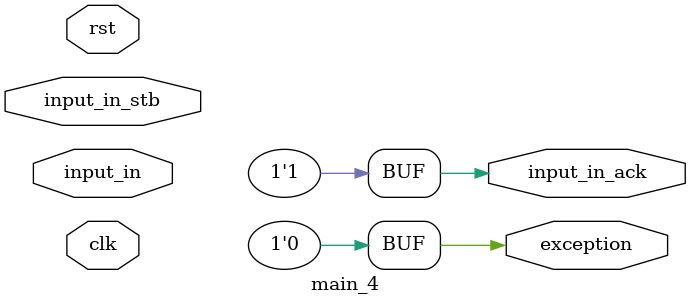
<source format=v>
module main_4 (input_in_ack,clk,rst,input_in,input_in_stb,exception);
  input clk;
  input rst;
  input [31:0] input_in;
  input input_in_stb;
  output input_in_ack;
  output exception;

  assign input_in_ack = 1;
  assign exception = 0;
endmodule
</source>
